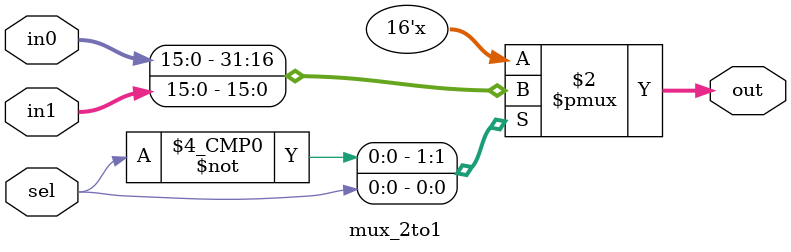
<source format=v>
`timescale 1ns / 1ps


module mux_2to1 (
    input [15:0] in0,
    input [15:0] in1,
    input sel,
    output reg [15:0] out
    );
    
    // Combinational logic
    always @ (*) begin 
        case (sel)
            1'b0: out = in0;
            1'b1: out = in1;
            default: out = 16'bx;
        endcase
    end
endmodule

</source>
